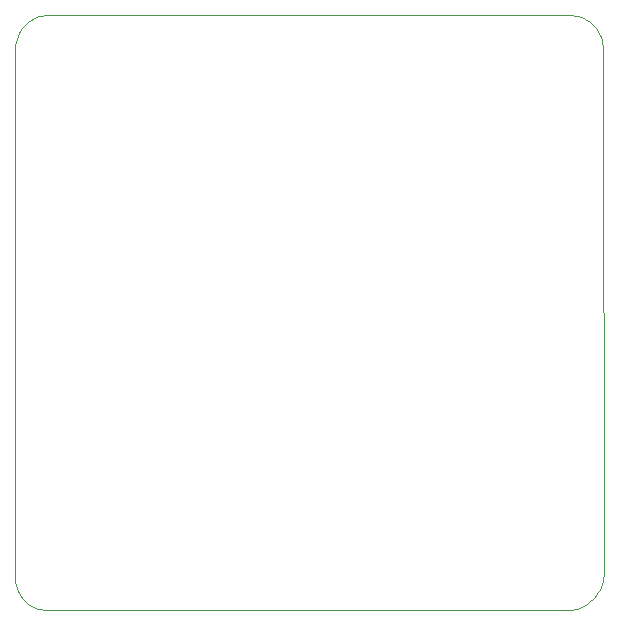
<source format=gko>
G04*
G04 #@! TF.GenerationSoftware,Altium Limited,Altium Designer,21.6.1 (37)*
G04*
G04 Layer_Color=16711935*
%FSLAX25Y25*%
%MOIN*%
G70*
G04*
G04 #@! TF.SameCoordinates,3D0E8F73-5774-4D33-84BA-408F2C82BF8C*
G04*
G04*
G04 #@! TF.FilePolarity,Positive*
G04*
G01*
G75*
%ADD36C,0.00394*%
D36*
X200Y10642D02*
X250Y9618D01*
X401Y8605D01*
X650Y7611D01*
X995Y6646D01*
X1433Y5720D01*
X1960Y4841D01*
X2570Y4017D01*
X3258Y3258D01*
X4018Y2570D01*
X4841Y1960D01*
X5720Y1433D01*
X6646Y995D01*
X7611Y649D01*
X8605Y400D01*
X9619Y250D01*
X10642Y200D01*
X10951Y198416D02*
X9958Y198370D01*
X8975Y198233D01*
X8008Y198005D01*
X7066Y197690D01*
X6157Y197289D01*
X5289Y196805D01*
X4470Y196244D01*
X3706Y195609D01*
X3004Y194907D01*
X2369Y194143D01*
X1808Y193323D01*
X1324Y192456D01*
X923Y191547D01*
X607Y190605D01*
X380Y189638D01*
X243Y188654D01*
X197Y187662D01*
X183641Y0D02*
X184635Y39D01*
X185624Y156D01*
X186600Y350D01*
X187558Y620D01*
X188491Y965D01*
X189395Y1382D01*
X190264Y1868D01*
X191091Y2421D01*
X191873Y3037D01*
X192604Y3713D01*
X193279Y4443D01*
X193895Y5225D01*
X194448Y6053D01*
X194935Y6921D01*
X195352Y7825D01*
X195696Y8759D01*
X195966Y9717D01*
X196160Y10693D01*
X196277Y11681D01*
X196316Y12675D01*
X196062Y187257D02*
X196019Y188231D01*
X195892Y189198D01*
X195681Y190150D01*
X195388Y191080D01*
X195015Y191981D01*
X194564Y192846D01*
X194040Y193668D01*
X193447Y194442D01*
X192788Y195161D01*
X192069Y195820D01*
X191295Y196414D01*
X190473Y196938D01*
X189608Y197388D01*
X188707Y197761D01*
X187777Y198055D01*
X186824Y198266D01*
X185857Y198393D01*
X184883Y198435D01*
X200Y11846D02*
X200Y10642D01*
X197Y186651D02*
X200Y11417D01*
X10951Y198416D02*
X184883Y198435D01*
X10642Y200D02*
X183641Y0D01*
X197Y186651D02*
Y187662D01*
X196062Y187257D02*
X196320Y12675D01*
M02*

</source>
